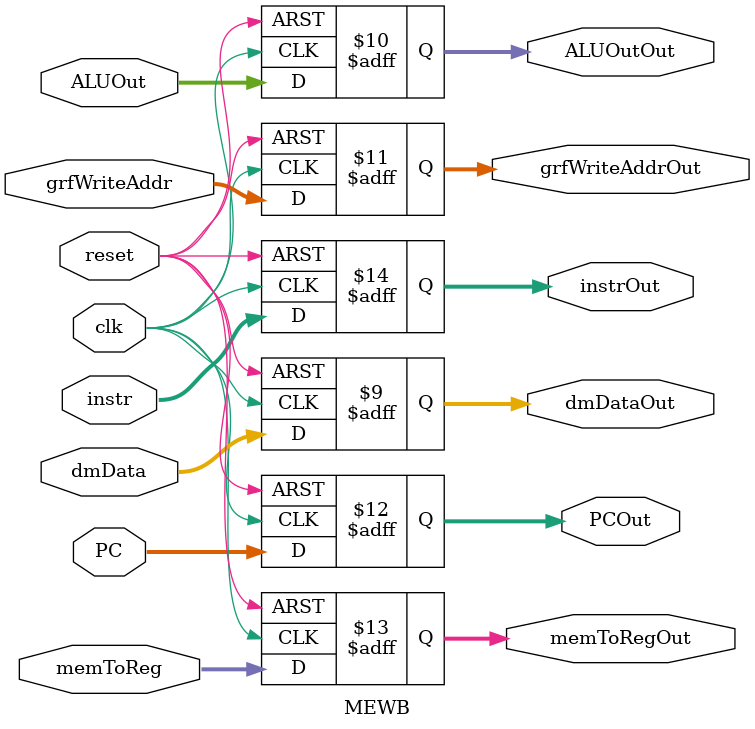
<source format=v>
`timescale 1ns / 1ps
module MEWB(
    input clk,
	 input reset,
    input [31:0] dmData,
    input [31:0] ALUOut,
    input [4:0] grfWriteAddr,
    input [31:0] PC,
    input [1:0] memToReg,
    input [31:0] instr,
    output reg [31:0] dmDataOut=0,
    output reg [31:0] ALUOutOut=0,
    output reg [4:0] grfWriteAddrOut=0,
    output reg [31:0] PCOut=0,
    output reg [1:0] memToRegOut=0,
    output reg [31:0] instrOut=0
    );
	 always@(posedge clk or posedge reset)begin
		  if(reset==1)begin
			  dmDataOut<=0;
			  ALUOutOut<=0;
			  grfWriteAddrOut<=0;
			  memToRegOut<=0;
			  PCOut<=0;
			  instrOut<=0;
		  end
		  else begin
			  dmDataOut<=dmData;
			  ALUOutOut<=ALUOut;
			  grfWriteAddrOut<=grfWriteAddr;
			  memToRegOut<=memToReg;
			  PCOut<=PC;
			  instrOut<=instr;
		  end
	 end


endmodule

</source>
